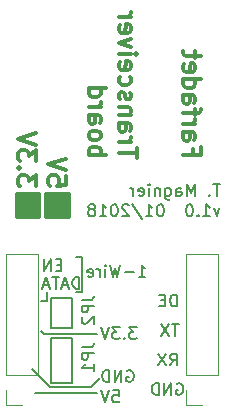
<source format=gbo>
G04 This is an RS-274x file exported by *
G04 gerbv version 2.6.2 *
G04 More information is available about gerbv at *
G04 http://gerbv.geda-project.org/ *
G04 --End of header info--*
%MOIN*%
%FSLAX34Y34*%
%IPPOS*%
G04 --Define apertures--*
%ADD10C,0.0039*%
%ADD11C,0.0079*%
%ADD12C,0.0118*%
%ADD13C,0.0047*%
%ADD14C,0.0059*%
%ADD15C,0.0098*%
G04 --Start main section--*
G54D11*
G01X0003346Y0000984D02*
G01X0003051Y0000689D01*
G01X0004246Y0001220D02*
G01X0004284Y0001239D01*
G01X0004284Y0001239D02*
G01X0004340Y0001239D01*
G01X0004340Y0001239D02*
G01X0004396Y0001220D01*
G01X0004396Y0001220D02*
G01X0004434Y0001183D01*
G01X0004434Y0001183D02*
G01X0004453Y0001145D01*
G01X0004453Y0001145D02*
G01X0004471Y0001070D01*
G01X0004471Y0001070D02*
G01X0004471Y0001014D01*
G01X0004471Y0001014D02*
G01X0004453Y0000939D01*
G01X0004453Y0000939D02*
G01X0004434Y0000902D01*
G01X0004434Y0000902D02*
G01X0004396Y0000864D01*
G01X0004396Y0000864D02*
G01X0004340Y0000846D01*
G01X0004340Y0000846D02*
G01X0004303Y0000846D01*
G01X0004303Y0000846D02*
G01X0004246Y0000864D01*
G01X0004246Y0000864D02*
G01X0004228Y0000883D01*
G01X0004228Y0000883D02*
G01X0004228Y0001014D01*
G01X0004228Y0001014D02*
G01X0004303Y0001014D01*
G01X0004059Y0000846D02*
G01X0004059Y0001239D01*
G01X0004059Y0001239D02*
G01X0003834Y0000846D01*
G01X0003834Y0000846D02*
G01X0003834Y0001239D01*
G01X0003646Y0000846D02*
G01X0003646Y0001239D01*
G01X0003646Y0001239D02*
G01X0003553Y0001239D01*
G01X0003553Y0001239D02*
G01X0003496Y0001220D01*
G01X0003496Y0001220D02*
G01X0003459Y0001183D01*
G01X0003459Y0001183D02*
G01X0003440Y0001145D01*
G01X0003440Y0001145D02*
G01X0003421Y0001070D01*
G01X0003421Y0001070D02*
G01X0003421Y0001014D01*
G01X0003421Y0001014D02*
G01X0003440Y0000939D01*
G01X0003440Y0000939D02*
G01X0003459Y0000902D01*
G01X0003459Y0000902D02*
G01X0003496Y0000864D01*
G01X0003496Y0000864D02*
G01X0003553Y0000846D01*
G01X0003553Y0000846D02*
G01X0003646Y0000846D01*
G01X0003778Y0000570D02*
G01X0003965Y0000570D01*
G01X0003965Y0000570D02*
G01X0003984Y0000382D01*
G01X0003984Y0000382D02*
G01X0003965Y0000401D01*
G01X0003965Y0000401D02*
G01X0003928Y0000420D01*
G01X0003928Y0000420D02*
G01X0003834Y0000420D01*
G01X0003834Y0000420D02*
G01X0003796Y0000401D01*
G01X0003796Y0000401D02*
G01X0003778Y0000382D01*
G01X0003778Y0000382D02*
G01X0003759Y0000345D01*
G01X0003759Y0000345D02*
G01X0003759Y0000251D01*
G01X0003759Y0000251D02*
G01X0003778Y0000214D01*
G01X0003778Y0000214D02*
G01X0003796Y0000195D01*
G01X0003796Y0000195D02*
G01X0003834Y0000176D01*
G01X0003834Y0000176D02*
G01X0003928Y0000176D01*
G01X0003928Y0000176D02*
G01X0003965Y0000195D01*
G01X0003965Y0000195D02*
G01X0003984Y0000214D01*
G01X0003646Y0000570D02*
G01X0003515Y0000176D01*
G01X0003515Y0000176D02*
G01X0003384Y0000570D01*
G01X0004565Y0002676D02*
G01X0004321Y0002676D01*
G01X0004321Y0002676D02*
G01X0004453Y0002526D01*
G01X0004453Y0002526D02*
G01X0004396Y0002526D01*
G01X0004396Y0002526D02*
G01X0004359Y0002507D01*
G01X0004359Y0002507D02*
G01X0004340Y0002489D01*
G01X0004340Y0002489D02*
G01X0004321Y0002451D01*
G01X0004321Y0002451D02*
G01X0004321Y0002358D01*
G01X0004321Y0002358D02*
G01X0004340Y0002320D01*
G01X0004340Y0002320D02*
G01X0004359Y0002301D01*
G01X0004359Y0002301D02*
G01X0004396Y0002283D01*
G01X0004396Y0002283D02*
G01X0004509Y0002283D01*
G01X0004509Y0002283D02*
G01X0004546Y0002301D01*
G01X0004546Y0002301D02*
G01X0004565Y0002320D01*
G01X0004153Y0002320D02*
G01X0004134Y0002301D01*
G01X0004134Y0002301D02*
G01X0004153Y0002283D01*
G01X0004153Y0002283D02*
G01X0004171Y0002301D01*
G01X0004171Y0002301D02*
G01X0004153Y0002320D01*
G01X0004153Y0002320D02*
G01X0004153Y0002283D01*
G01X0004003Y0002676D02*
G01X0003759Y0002676D01*
G01X0003759Y0002676D02*
G01X0003890Y0002526D01*
G01X0003890Y0002526D02*
G01X0003834Y0002526D01*
G01X0003834Y0002526D02*
G01X0003796Y0002507D01*
G01X0003796Y0002507D02*
G01X0003778Y0002489D01*
G01X0003778Y0002489D02*
G01X0003759Y0002451D01*
G01X0003759Y0002451D02*
G01X0003759Y0002358D01*
G01X0003759Y0002358D02*
G01X0003778Y0002320D01*
G01X0003778Y0002320D02*
G01X0003796Y0002301D01*
G01X0003796Y0002301D02*
G01X0003834Y0002283D01*
G01X0003834Y0002283D02*
G01X0003946Y0002283D01*
G01X0003946Y0002283D02*
G01X0003984Y0002301D01*
G01X0003984Y0002301D02*
G01X0004003Y0002320D01*
G01X0003646Y0002676D02*
G01X0003515Y0002283D01*
G01X0003515Y0002283D02*
G01X0003384Y0002676D01*
G01X0001181Y0000492D02*
G01X0003248Y0000492D01*
G01X0001673Y0000689D02*
G01X0003051Y0000689D01*
G01X0001083Y0001280D02*
G01X0001673Y0000689D01*
G01X0001476Y0002461D02*
G01X0003248Y0002461D01*
G01X0001378Y0002559D02*
G01X0001476Y0002461D01*
G01X0004635Y0004349D02*
G01X0004860Y0004349D01*
G01X0004748Y0004349D02*
G01X0004748Y0004743D01*
G01X0004748Y0004743D02*
G01X0004785Y0004687D01*
G01X0004785Y0004687D02*
G01X0004823Y0004649D01*
G01X0004823Y0004649D02*
G01X0004860Y0004631D01*
G01X0004467Y0004499D02*
G01X0004167Y0004499D01*
G01X0004017Y0004743D02*
G01X0003923Y0004349D01*
G01X0003923Y0004349D02*
G01X0003848Y0004631D01*
G01X0003848Y0004631D02*
G01X0003773Y0004349D01*
G01X0003773Y0004349D02*
G01X0003679Y0004743D01*
G01X0003529Y0004349D02*
G01X0003529Y0004612D01*
G01X0003529Y0004743D02*
G01X0003548Y0004724D01*
G01X0003548Y0004724D02*
G01X0003529Y0004706D01*
G01X0003529Y0004706D02*
G01X0003510Y0004724D01*
G01X0003510Y0004724D02*
G01X0003529Y0004743D01*
G01X0003529Y0004743D02*
G01X0003529Y0004706D01*
G01X0003342Y0004349D02*
G01X0003342Y0004612D01*
G01X0003342Y0004537D02*
G01X0003323Y0004574D01*
G01X0003323Y0004574D02*
G01X0003304Y0004593D01*
G01X0003304Y0004593D02*
G01X0003267Y0004612D01*
G01X0003267Y0004612D02*
G01X0003229Y0004612D01*
G01X0002948Y0004368D02*
G01X0002986Y0004349D01*
G01X0002986Y0004349D02*
G01X0003061Y0004349D01*
G01X0003061Y0004349D02*
G01X0003098Y0004368D01*
G01X0003098Y0004368D02*
G01X0003117Y0004406D01*
G01X0003117Y0004406D02*
G01X0003117Y0004556D01*
G01X0003117Y0004556D02*
G01X0003098Y0004593D01*
G01X0003098Y0004593D02*
G01X0003061Y0004612D01*
G01X0003061Y0004612D02*
G01X0002986Y0004612D01*
G01X0002986Y0004612D02*
G01X0002948Y0004593D01*
G01X0002948Y0004593D02*
G01X0002929Y0004556D01*
G01X0002929Y0004556D02*
G01X0002929Y0004518D01*
G01X0002929Y0004518D02*
G01X0003117Y0004481D01*
G01X0002756Y0003839D02*
G01X0002559Y0003839D01*
G01X0002756Y0005020D02*
G01X0002756Y0003839D01*
G01X0002559Y0005020D02*
G01X0002756Y0005020D01*
G01X0001575Y0003543D02*
G01X0001575Y0003839D01*
G01X0001378Y0003543D02*
G01X0001575Y0003543D01*
G01X0002653Y0003956D02*
G01X0002653Y0004349D01*
G01X0002653Y0004349D02*
G01X0002559Y0004349D01*
G01X0002559Y0004349D02*
G01X0002503Y0004331D01*
G01X0002503Y0004331D02*
G01X0002465Y0004293D01*
G01X0002465Y0004293D02*
G01X0002447Y0004256D01*
G01X0002447Y0004256D02*
G01X0002428Y0004181D01*
G01X0002428Y0004181D02*
G01X0002428Y0004124D01*
G01X0002428Y0004124D02*
G01X0002447Y0004049D01*
G01X0002447Y0004049D02*
G01X0002465Y0004012D01*
G01X0002465Y0004012D02*
G01X0002503Y0003975D01*
G01X0002503Y0003975D02*
G01X0002559Y0003956D01*
G01X0002559Y0003956D02*
G01X0002653Y0003956D01*
G01X0002278Y0004068D02*
G01X0002090Y0004068D01*
G01X0002315Y0003956D02*
G01X0002184Y0004349D01*
G01X0002184Y0004349D02*
G01X0002053Y0003956D01*
G01X0001978Y0004349D02*
G01X0001753Y0004349D01*
G01X0001865Y0003956D02*
G01X0001865Y0004349D01*
G01X0001640Y0004068D02*
G01X0001453Y0004068D01*
G01X0001678Y0003956D02*
G01X0001547Y0004349D01*
G01X0001547Y0004349D02*
G01X0001415Y0003956D01*
G01X0002053Y0004753D02*
G01X0001922Y0004753D01*
G01X0001865Y0004546D02*
G01X0002053Y0004546D01*
G01X0002053Y0004546D02*
G01X0002053Y0004940D01*
G01X0002053Y0004940D02*
G01X0001865Y0004940D01*
G01X0001697Y0004546D02*
G01X0001697Y0004940D01*
G01X0001697Y0004940D02*
G01X0001472Y0004546D01*
G01X0001472Y0004546D02*
G01X0001472Y0004940D01*
G01X0005910Y0003365D02*
G01X0005910Y0003759D01*
G01X0005910Y0003759D02*
G01X0005816Y0003759D01*
G01X0005816Y0003759D02*
G01X0005760Y0003740D01*
G01X0005760Y0003740D02*
G01X0005723Y0003703D01*
G01X0005723Y0003703D02*
G01X0005704Y0003665D01*
G01X0005704Y0003665D02*
G01X0005685Y0003590D01*
G01X0005685Y0003590D02*
G01X0005685Y0003534D01*
G01X0005685Y0003534D02*
G01X0005704Y0003459D01*
G01X0005704Y0003459D02*
G01X0005723Y0003421D01*
G01X0005723Y0003421D02*
G01X0005760Y0003384D01*
G01X0005760Y0003384D02*
G01X0005816Y0003365D01*
G01X0005816Y0003365D02*
G01X0005910Y0003365D01*
G01X0005516Y0003571D02*
G01X0005385Y0003571D01*
G01X0005329Y0003365D02*
G01X0005516Y0003365D01*
G01X0005516Y0003365D02*
G01X0005516Y0003759D01*
G01X0005516Y0003759D02*
G01X0005329Y0003759D01*
G01X0005966Y0002775D02*
G01X0005741Y0002775D01*
G01X0005854Y0002381D02*
G01X0005854Y0002775D01*
G01X0005648Y0002775D02*
G01X0005385Y0002381D01*
G01X0005385Y0002775D02*
G01X0005648Y0002381D01*
G01X0005685Y0001397D02*
G01X0005816Y0001584D01*
G01X0005910Y0001397D02*
G01X0005910Y0001790D01*
G01X0005910Y0001790D02*
G01X0005760Y0001790D01*
G01X0005760Y0001790D02*
G01X0005723Y0001772D01*
G01X0005723Y0001772D02*
G01X0005704Y0001753D01*
G01X0005704Y0001753D02*
G01X0005685Y0001715D01*
G01X0005685Y0001715D02*
G01X0005685Y0001659D01*
G01X0005685Y0001659D02*
G01X0005704Y0001622D01*
G01X0005704Y0001622D02*
G01X0005723Y0001603D01*
G01X0005723Y0001603D02*
G01X0005760Y0001584D01*
G01X0005760Y0001584D02*
G01X0005910Y0001584D01*
G01X0005554Y0001790D02*
G01X0005292Y0001397D01*
G01X0005292Y0001790D02*
G01X0005554Y0001397D01*
G01X0005901Y0000787D02*
G01X0005938Y0000806D01*
G01X0005938Y0000806D02*
G01X0005995Y0000806D01*
G01X0005995Y0000806D02*
G01X0006051Y0000787D01*
G01X0006051Y0000787D02*
G01X0006088Y0000750D01*
G01X0006088Y0000750D02*
G01X0006107Y0000712D01*
G01X0006107Y0000712D02*
G01X0006126Y0000637D01*
G01X0006126Y0000637D02*
G01X0006126Y0000581D01*
G01X0006126Y0000581D02*
G01X0006107Y0000506D01*
G01X0006107Y0000506D02*
G01X0006088Y0000469D01*
G01X0006088Y0000469D02*
G01X0006051Y0000431D01*
G01X0006051Y0000431D02*
G01X0005995Y0000412D01*
G01X0005995Y0000412D02*
G01X0005957Y0000412D01*
G01X0005957Y0000412D02*
G01X0005901Y0000431D01*
G01X0005901Y0000431D02*
G01X0005882Y0000450D01*
G01X0005882Y0000450D02*
G01X0005882Y0000581D01*
G01X0005882Y0000581D02*
G01X0005957Y0000581D01*
G01X0005713Y0000412D02*
G01X0005713Y0000806D01*
G01X0005713Y0000806D02*
G01X0005488Y0000412D01*
G01X0005488Y0000412D02*
G01X0005488Y0000806D01*
G01X0005301Y0000412D02*
G01X0005301Y0000806D01*
G01X0005301Y0000806D02*
G01X0005207Y0000806D01*
G01X0005207Y0000806D02*
G01X0005151Y0000787D01*
G01X0005151Y0000787D02*
G01X0005113Y0000750D01*
G01X0005113Y0000750D02*
G01X0005095Y0000712D01*
G01X0005095Y0000712D02*
G01X0005076Y0000637D01*
G01X0005076Y0000637D02*
G01X0005076Y0000581D01*
G01X0005076Y0000581D02*
G01X0005095Y0000506D01*
G01X0005095Y0000506D02*
G01X0005113Y0000469D01*
G01X0005113Y0000469D02*
G01X0005151Y0000431D01*
G01X0005151Y0000431D02*
G01X0005207Y0000412D01*
G01X0005207Y0000412D02*
G01X0005301Y0000412D01*
G01X0007344Y0007440D02*
G01X0007119Y0007440D01*
G01X0007232Y0007046D02*
G01X0007232Y0007440D01*
G01X0006988Y0007084D02*
G01X0006969Y0007065D01*
G01X0006969Y0007065D02*
G01X0006988Y0007046D01*
G01X0006988Y0007046D02*
G01X0007007Y0007065D01*
G01X0007007Y0007065D02*
G01X0006988Y0007084D01*
G01X0006988Y0007084D02*
G01X0006988Y0007046D01*
G01X0006501Y0007046D02*
G01X0006501Y0007440D01*
G01X0006501Y0007440D02*
G01X0006370Y0007159D01*
G01X0006370Y0007159D02*
G01X0006238Y0007440D01*
G01X0006238Y0007440D02*
G01X0006238Y0007046D01*
G01X0005882Y0007046D02*
G01X0005882Y0007253D01*
G01X0005882Y0007253D02*
G01X0005901Y0007290D01*
G01X0005901Y0007290D02*
G01X0005938Y0007309D01*
G01X0005938Y0007309D02*
G01X0006013Y0007309D01*
G01X0006013Y0007309D02*
G01X0006051Y0007290D01*
G01X0005882Y0007065D02*
G01X0005920Y0007046D01*
G01X0005920Y0007046D02*
G01X0006013Y0007046D01*
G01X0006013Y0007046D02*
G01X0006051Y0007065D01*
G01X0006051Y0007065D02*
G01X0006070Y0007103D01*
G01X0006070Y0007103D02*
G01X0006070Y0007140D01*
G01X0006070Y0007140D02*
G01X0006051Y0007178D01*
G01X0006051Y0007178D02*
G01X0006013Y0007196D01*
G01X0006013Y0007196D02*
G01X0005920Y0007196D01*
G01X0005920Y0007196D02*
G01X0005882Y0007215D01*
G01X0005526Y0007309D02*
G01X0005526Y0006990D01*
G01X0005526Y0006990D02*
G01X0005545Y0006953D01*
G01X0005545Y0006953D02*
G01X0005563Y0006934D01*
G01X0005563Y0006934D02*
G01X0005601Y0006915D01*
G01X0005601Y0006915D02*
G01X0005657Y0006915D01*
G01X0005657Y0006915D02*
G01X0005695Y0006934D01*
G01X0005526Y0007065D02*
G01X0005563Y0007046D01*
G01X0005563Y0007046D02*
G01X0005638Y0007046D01*
G01X0005638Y0007046D02*
G01X0005676Y0007065D01*
G01X0005676Y0007065D02*
G01X0005695Y0007084D01*
G01X0005695Y0007084D02*
G01X0005713Y0007121D01*
G01X0005713Y0007121D02*
G01X0005713Y0007234D01*
G01X0005713Y0007234D02*
G01X0005695Y0007271D01*
G01X0005695Y0007271D02*
G01X0005676Y0007290D01*
G01X0005676Y0007290D02*
G01X0005638Y0007309D01*
G01X0005638Y0007309D02*
G01X0005563Y0007309D01*
G01X0005563Y0007309D02*
G01X0005526Y0007290D01*
G01X0005338Y0007309D02*
G01X0005338Y0007046D01*
G01X0005338Y0007271D02*
G01X0005320Y0007290D01*
G01X0005320Y0007290D02*
G01X0005282Y0007309D01*
G01X0005282Y0007309D02*
G01X0005226Y0007309D01*
G01X0005226Y0007309D02*
G01X0005188Y0007290D01*
G01X0005188Y0007290D02*
G01X0005170Y0007253D01*
G01X0005170Y0007253D02*
G01X0005170Y0007046D01*
G01X0004982Y0007046D02*
G01X0004982Y0007309D01*
G01X0004982Y0007440D02*
G01X0005001Y0007421D01*
G01X0005001Y0007421D02*
G01X0004982Y0007403D01*
G01X0004982Y0007403D02*
G01X0004963Y0007421D01*
G01X0004963Y0007421D02*
G01X0004982Y0007440D01*
G01X0004982Y0007440D02*
G01X0004982Y0007403D01*
G01X0004645Y0007065D02*
G01X0004682Y0007046D01*
G01X0004682Y0007046D02*
G01X0004757Y0007046D01*
G01X0004757Y0007046D02*
G01X0004795Y0007065D01*
G01X0004795Y0007065D02*
G01X0004813Y0007103D01*
G01X0004813Y0007103D02*
G01X0004813Y0007253D01*
G01X0004813Y0007253D02*
G01X0004795Y0007290D01*
G01X0004795Y0007290D02*
G01X0004757Y0007309D01*
G01X0004757Y0007309D02*
G01X0004682Y0007309D01*
G01X0004682Y0007309D02*
G01X0004645Y0007290D01*
G01X0004645Y0007290D02*
G01X0004626Y0007253D01*
G01X0004626Y0007253D02*
G01X0004626Y0007215D01*
G01X0004626Y0007215D02*
G01X0004813Y0007178D01*
G01X0004457Y0007046D02*
G01X0004457Y0007309D01*
G01X0004457Y0007234D02*
G01X0004439Y0007271D01*
G01X0004439Y0007271D02*
G01X0004420Y0007290D01*
G01X0004420Y0007290D02*
G01X0004382Y0007309D01*
G01X0004382Y0007309D02*
G01X0004345Y0007309D01*
G01X0007326Y0006639D02*
G01X0007232Y0006377D01*
G01X0007232Y0006377D02*
G01X0007138Y0006639D01*
G01X0006782Y0006377D02*
G01X0007007Y0006377D01*
G01X0006894Y0006377D02*
G01X0006894Y0006771D01*
G01X0006894Y0006771D02*
G01X0006932Y0006714D01*
G01X0006932Y0006714D02*
G01X0006969Y0006677D01*
G01X0006969Y0006677D02*
G01X0007007Y0006658D01*
G01X0006613Y0006415D02*
G01X0006594Y0006396D01*
G01X0006594Y0006396D02*
G01X0006613Y0006377D01*
G01X0006613Y0006377D02*
G01X0006632Y0006396D01*
G01X0006632Y0006396D02*
G01X0006613Y0006415D01*
G01X0006613Y0006415D02*
G01X0006613Y0006377D01*
G01X0006351Y0006771D02*
G01X0006313Y0006771D01*
G01X0006313Y0006771D02*
G01X0006276Y0006752D01*
G01X0006276Y0006752D02*
G01X0006257Y0006733D01*
G01X0006257Y0006733D02*
G01X0006238Y0006696D01*
G01X0006238Y0006696D02*
G01X0006220Y0006621D01*
G01X0006220Y0006621D02*
G01X0006220Y0006527D01*
G01X0006220Y0006527D02*
G01X0006238Y0006452D01*
G01X0006238Y0006452D02*
G01X0006257Y0006415D01*
G01X0006257Y0006415D02*
G01X0006276Y0006396D01*
G01X0006276Y0006396D02*
G01X0006313Y0006377D01*
G01X0006313Y0006377D02*
G01X0006351Y0006377D01*
G01X0006351Y0006377D02*
G01X0006388Y0006396D01*
G01X0006388Y0006396D02*
G01X0006407Y0006415D01*
G01X0006407Y0006415D02*
G01X0006426Y0006452D01*
G01X0006426Y0006452D02*
G01X0006445Y0006527D01*
G01X0006445Y0006527D02*
G01X0006445Y0006621D01*
G01X0006445Y0006621D02*
G01X0006426Y0006696D01*
G01X0006426Y0006696D02*
G01X0006407Y0006733D01*
G01X0006407Y0006733D02*
G01X0006388Y0006752D01*
G01X0006388Y0006752D02*
G01X0006351Y0006771D01*
G01X0005376Y0006771D02*
G01X0005338Y0006771D01*
G01X0005338Y0006771D02*
G01X0005301Y0006752D01*
G01X0005301Y0006752D02*
G01X0005282Y0006733D01*
G01X0005282Y0006733D02*
G01X0005263Y0006696D01*
G01X0005263Y0006696D02*
G01X0005245Y0006621D01*
G01X0005245Y0006621D02*
G01X0005245Y0006527D01*
G01X0005245Y0006527D02*
G01X0005263Y0006452D01*
G01X0005263Y0006452D02*
G01X0005282Y0006415D01*
G01X0005282Y0006415D02*
G01X0005301Y0006396D01*
G01X0005301Y0006396D02*
G01X0005338Y0006377D01*
G01X0005338Y0006377D02*
G01X0005376Y0006377D01*
G01X0005376Y0006377D02*
G01X0005413Y0006396D01*
G01X0005413Y0006396D02*
G01X0005432Y0006415D01*
G01X0005432Y0006415D02*
G01X0005451Y0006452D01*
G01X0005451Y0006452D02*
G01X0005470Y0006527D01*
G01X0005470Y0006527D02*
G01X0005470Y0006621D01*
G01X0005470Y0006621D02*
G01X0005451Y0006696D01*
G01X0005451Y0006696D02*
G01X0005432Y0006733D01*
G01X0005432Y0006733D02*
G01X0005413Y0006752D01*
G01X0005413Y0006752D02*
G01X0005376Y0006771D01*
G01X0004870Y0006377D02*
G01X0005095Y0006377D01*
G01X0004982Y0006377D02*
G01X0004982Y0006771D01*
G01X0004982Y0006771D02*
G01X0005020Y0006714D01*
G01X0005020Y0006714D02*
G01X0005057Y0006677D01*
G01X0005057Y0006677D02*
G01X0005095Y0006658D01*
G01X0004420Y0006789D02*
G01X0004757Y0006283D01*
G01X0004307Y0006733D02*
G01X0004289Y0006752D01*
G01X0004289Y0006752D02*
G01X0004251Y0006771D01*
G01X0004251Y0006771D02*
G01X0004157Y0006771D01*
G01X0004157Y0006771D02*
G01X0004120Y0006752D01*
G01X0004120Y0006752D02*
G01X0004101Y0006733D01*
G01X0004101Y0006733D02*
G01X0004082Y0006696D01*
G01X0004082Y0006696D02*
G01X0004082Y0006658D01*
G01X0004082Y0006658D02*
G01X0004101Y0006602D01*
G01X0004101Y0006602D02*
G01X0004326Y0006377D01*
G01X0004326Y0006377D02*
G01X0004082Y0006377D01*
G01X0003839Y0006771D02*
G01X0003801Y0006771D01*
G01X0003801Y0006771D02*
G01X0003764Y0006752D01*
G01X0003764Y0006752D02*
G01X0003745Y0006733D01*
G01X0003745Y0006733D02*
G01X0003726Y0006696D01*
G01X0003726Y0006696D02*
G01X0003707Y0006621D01*
G01X0003707Y0006621D02*
G01X0003707Y0006527D01*
G01X0003707Y0006527D02*
G01X0003726Y0006452D01*
G01X0003726Y0006452D02*
G01X0003745Y0006415D01*
G01X0003745Y0006415D02*
G01X0003764Y0006396D01*
G01X0003764Y0006396D02*
G01X0003801Y0006377D01*
G01X0003801Y0006377D02*
G01X0003839Y0006377D01*
G01X0003839Y0006377D02*
G01X0003876Y0006396D01*
G01X0003876Y0006396D02*
G01X0003895Y0006415D01*
G01X0003895Y0006415D02*
G01X0003914Y0006452D01*
G01X0003914Y0006452D02*
G01X0003932Y0006527D01*
G01X0003932Y0006527D02*
G01X0003932Y0006621D01*
G01X0003932Y0006621D02*
G01X0003914Y0006696D01*
G01X0003914Y0006696D02*
G01X0003895Y0006733D01*
G01X0003895Y0006733D02*
G01X0003876Y0006752D01*
G01X0003876Y0006752D02*
G01X0003839Y0006771D01*
G01X0003332Y0006377D02*
G01X0003557Y0006377D01*
G01X0003445Y0006377D02*
G01X0003445Y0006771D01*
G01X0003445Y0006771D02*
G01X0003482Y0006714D01*
G01X0003482Y0006714D02*
G01X0003520Y0006677D01*
G01X0003520Y0006677D02*
G01X0003557Y0006658D01*
G01X0003107Y0006602D02*
G01X0003145Y0006621D01*
G01X0003145Y0006621D02*
G01X0003164Y0006639D01*
G01X0003164Y0006639D02*
G01X0003182Y0006677D01*
G01X0003182Y0006677D02*
G01X0003182Y0006696D01*
G01X0003182Y0006696D02*
G01X0003164Y0006733D01*
G01X0003164Y0006733D02*
G01X0003145Y0006752D01*
G01X0003145Y0006752D02*
G01X0003107Y0006771D01*
G01X0003107Y0006771D02*
G01X0003032Y0006771D01*
G01X0003032Y0006771D02*
G01X0002995Y0006752D01*
G01X0002995Y0006752D02*
G01X0002976Y0006733D01*
G01X0002976Y0006733D02*
G01X0002957Y0006696D01*
G01X0002957Y0006696D02*
G01X0002957Y0006677D01*
G01X0002957Y0006677D02*
G01X0002976Y0006639D01*
G01X0002976Y0006639D02*
G01X0002995Y0006621D01*
G01X0002995Y0006621D02*
G01X0003032Y0006602D01*
G01X0003032Y0006602D02*
G01X0003107Y0006602D01*
G01X0003107Y0006602D02*
G01X0003145Y0006583D01*
G01X0003145Y0006583D02*
G01X0003164Y0006564D01*
G01X0003164Y0006564D02*
G01X0003182Y0006527D01*
G01X0003182Y0006527D02*
G01X0003182Y0006452D01*
G01X0003182Y0006452D02*
G01X0003164Y0006415D01*
G01X0003164Y0006415D02*
G01X0003145Y0006396D01*
G01X0003145Y0006396D02*
G01X0003107Y0006377D01*
G01X0003107Y0006377D02*
G01X0003032Y0006377D01*
G01X0003032Y0006377D02*
G01X0002995Y0006396D01*
G01X0002995Y0006396D02*
G01X0002976Y0006415D01*
G01X0002976Y0006415D02*
G01X0002957Y0006452D01*
G01X0002957Y0006452D02*
G01X0002957Y0006527D01*
G01X0002957Y0006527D02*
G01X0002976Y0006564D01*
G01X0002976Y0006564D02*
G01X0002995Y0006583D01*
G01X0002995Y0006583D02*
G01X0003032Y0006602D01*
G54D12*
G01X0002203Y0007705D02*
G01X0002203Y0007424D01*
G01X0002203Y0007424D02*
G01X0001922Y0007396D01*
G01X0001922Y0007396D02*
G01X0001950Y0007424D01*
G01X0001950Y0007424D02*
G01X0001978Y0007480D01*
G01X0001978Y0007480D02*
G01X0001978Y0007621D01*
G01X0001978Y0007621D02*
G01X0001950Y0007677D01*
G01X0001950Y0007677D02*
G01X0001922Y0007705D01*
G01X0001922Y0007705D02*
G01X0001866Y0007733D01*
G01X0001866Y0007733D02*
G01X0001725Y0007733D01*
G01X0001725Y0007733D02*
G01X0001669Y0007705D01*
G01X0001669Y0007705D02*
G01X0001641Y0007677D01*
G01X0001641Y0007677D02*
G01X0001613Y0007621D01*
G01X0001613Y0007621D02*
G01X0001613Y0007480D01*
G01X0001613Y0007480D02*
G01X0001641Y0007424D01*
G01X0001641Y0007424D02*
G01X0001669Y0007396D01*
G01X0002203Y0007902D02*
G01X0001613Y0008099D01*
G01X0001613Y0008099D02*
G01X0002203Y0008296D01*
G01X0001199Y0007368D02*
G01X0001199Y0007733D01*
G01X0001199Y0007733D02*
G01X0000974Y0007537D01*
G01X0000974Y0007537D02*
G01X0000974Y0007621D01*
G01X0000974Y0007621D02*
G01X0000946Y0007677D01*
G01X0000946Y0007677D02*
G01X0000918Y0007705D01*
G01X0000918Y0007705D02*
G01X0000862Y0007733D01*
G01X0000862Y0007733D02*
G01X0000721Y0007733D01*
G01X0000721Y0007733D02*
G01X0000665Y0007705D01*
G01X0000665Y0007705D02*
G01X0000637Y0007677D01*
G01X0000637Y0007677D02*
G01X0000609Y0007621D01*
G01X0000609Y0007621D02*
G01X0000609Y0007452D01*
G01X0000609Y0007452D02*
G01X0000637Y0007396D01*
G01X0000637Y0007396D02*
G01X0000665Y0007368D01*
G01X0000665Y0007987D02*
G01X0000637Y0008015D01*
G01X0000637Y0008015D02*
G01X0000609Y0007987D01*
G01X0000609Y0007987D02*
G01X0000637Y0007958D01*
G01X0000637Y0007958D02*
G01X0000665Y0007987D01*
G01X0000665Y0007987D02*
G01X0000609Y0007987D01*
G01X0001199Y0008211D02*
G01X0001199Y0008577D01*
G01X0001199Y0008577D02*
G01X0000974Y0008380D01*
G01X0000974Y0008380D02*
G01X0000974Y0008465D01*
G01X0000974Y0008465D02*
G01X0000946Y0008521D01*
G01X0000946Y0008521D02*
G01X0000918Y0008549D01*
G01X0000918Y0008549D02*
G01X0000862Y0008577D01*
G01X0000862Y0008577D02*
G01X0000721Y0008577D01*
G01X0000721Y0008577D02*
G01X0000665Y0008549D01*
G01X0000665Y0008549D02*
G01X0000637Y0008521D01*
G01X0000637Y0008521D02*
G01X0000609Y0008465D01*
G01X0000609Y0008465D02*
G01X0000609Y0008296D01*
G01X0000609Y0008296D02*
G01X0000637Y0008240D01*
G01X0000637Y0008240D02*
G01X0000665Y0008211D01*
G01X0001199Y0008746D02*
G01X0000609Y0008943D01*
G01X0000609Y0008943D02*
G01X0001199Y0009139D01*
G01X0004566Y0008324D02*
G01X0004566Y0008661D01*
G01X0003975Y0008493D02*
G01X0004566Y0008493D01*
G01X0003975Y0008858D02*
G01X0004369Y0008858D01*
G01X0004256Y0008858D02*
G01X0004312Y0008886D01*
G01X0004312Y0008886D02*
G01X0004341Y0008915D01*
G01X0004341Y0008915D02*
G01X0004369Y0008971D01*
G01X0004369Y0008971D02*
G01X0004369Y0009027D01*
G01X0003975Y0009477D02*
G01X0004284Y0009477D01*
G01X0004284Y0009477D02*
G01X0004341Y0009449D01*
G01X0004341Y0009449D02*
G01X0004369Y0009393D01*
G01X0004369Y0009393D02*
G01X0004369Y0009280D01*
G01X0004369Y0009280D02*
G01X0004341Y0009224D01*
G01X0004003Y0009477D02*
G01X0003975Y0009421D01*
G01X0003975Y0009421D02*
G01X0003975Y0009280D01*
G01X0003975Y0009280D02*
G01X0004003Y0009224D01*
G01X0004003Y0009224D02*
G01X0004059Y0009196D01*
G01X0004059Y0009196D02*
G01X0004116Y0009196D01*
G01X0004116Y0009196D02*
G01X0004172Y0009224D01*
G01X0004172Y0009224D02*
G01X0004200Y0009280D01*
G01X0004200Y0009280D02*
G01X0004200Y0009421D01*
G01X0004200Y0009421D02*
G01X0004228Y0009477D01*
G01X0004369Y0009758D02*
G01X0003975Y0009758D01*
G01X0004312Y0009758D02*
G01X0004341Y0009786D01*
G01X0004341Y0009786D02*
G01X0004369Y0009843D01*
G01X0004369Y0009843D02*
G01X0004369Y0009927D01*
G01X0004369Y0009927D02*
G01X0004341Y0009983D01*
G01X0004341Y0009983D02*
G01X0004284Y0010011D01*
G01X0004284Y0010011D02*
G01X0003975Y0010011D01*
G01X0004003Y0010264D02*
G01X0003975Y0010321D01*
G01X0003975Y0010321D02*
G01X0003975Y0010433D01*
G01X0003975Y0010433D02*
G01X0004003Y0010489D01*
G01X0004003Y0010489D02*
G01X0004059Y0010517D01*
G01X0004059Y0010517D02*
G01X0004087Y0010517D01*
G01X0004087Y0010517D02*
G01X0004144Y0010489D01*
G01X0004144Y0010489D02*
G01X0004172Y0010433D01*
G01X0004172Y0010433D02*
G01X0004172Y0010349D01*
G01X0004172Y0010349D02*
G01X0004200Y0010292D01*
G01X0004200Y0010292D02*
G01X0004256Y0010264D01*
G01X0004256Y0010264D02*
G01X0004284Y0010264D01*
G01X0004284Y0010264D02*
G01X0004341Y0010292D01*
G01X0004341Y0010292D02*
G01X0004369Y0010349D01*
G01X0004369Y0010349D02*
G01X0004369Y0010433D01*
G01X0004369Y0010433D02*
G01X0004341Y0010489D01*
G01X0004003Y0011024D02*
G01X0003975Y0010967D01*
G01X0003975Y0010967D02*
G01X0003975Y0010855D01*
G01X0003975Y0010855D02*
G01X0004003Y0010799D01*
G01X0004003Y0010799D02*
G01X0004031Y0010771D01*
G01X0004031Y0010771D02*
G01X0004087Y0010742D01*
G01X0004087Y0010742D02*
G01X0004256Y0010742D01*
G01X0004256Y0010742D02*
G01X0004312Y0010771D01*
G01X0004312Y0010771D02*
G01X0004341Y0010799D01*
G01X0004341Y0010799D02*
G01X0004369Y0010855D01*
G01X0004369Y0010855D02*
G01X0004369Y0010967D01*
G01X0004369Y0010967D02*
G01X0004341Y0011024D01*
G01X0004003Y0011502D02*
G01X0003975Y0011445D01*
G01X0003975Y0011445D02*
G01X0003975Y0011333D01*
G01X0003975Y0011333D02*
G01X0004003Y0011277D01*
G01X0004003Y0011277D02*
G01X0004059Y0011249D01*
G01X0004059Y0011249D02*
G01X0004284Y0011249D01*
G01X0004284Y0011249D02*
G01X0004341Y0011277D01*
G01X0004341Y0011277D02*
G01X0004369Y0011333D01*
G01X0004369Y0011333D02*
G01X0004369Y0011445D01*
G01X0004369Y0011445D02*
G01X0004341Y0011502D01*
G01X0004341Y0011502D02*
G01X0004284Y0011530D01*
G01X0004284Y0011530D02*
G01X0004228Y0011530D01*
G01X0004228Y0011530D02*
G01X0004172Y0011249D01*
G01X0003975Y0011783D02*
G01X0004369Y0011783D01*
G01X0004566Y0011783D02*
G01X0004537Y0011755D01*
G01X0004537Y0011755D02*
G01X0004509Y0011783D01*
G01X0004509Y0011783D02*
G01X0004537Y0011811D01*
G01X0004537Y0011811D02*
G01X0004566Y0011783D01*
G01X0004566Y0011783D02*
G01X0004509Y0011783D01*
G01X0004369Y0012008D02*
G01X0003975Y0012148D01*
G01X0003975Y0012148D02*
G01X0004369Y0012289D01*
G01X0004003Y0012739D02*
G01X0003975Y0012683D01*
G01X0003975Y0012683D02*
G01X0003975Y0012570D01*
G01X0003975Y0012570D02*
G01X0004003Y0012514D01*
G01X0004003Y0012514D02*
G01X0004059Y0012486D01*
G01X0004059Y0012486D02*
G01X0004284Y0012486D01*
G01X0004284Y0012486D02*
G01X0004341Y0012514D01*
G01X0004341Y0012514D02*
G01X0004369Y0012570D01*
G01X0004369Y0012570D02*
G01X0004369Y0012683D01*
G01X0004369Y0012683D02*
G01X0004341Y0012739D01*
G01X0004341Y0012739D02*
G01X0004284Y0012767D01*
G01X0004284Y0012767D02*
G01X0004228Y0012767D01*
G01X0004228Y0012767D02*
G01X0004172Y0012486D01*
G01X0003975Y0013020D02*
G01X0004369Y0013020D01*
G01X0004256Y0013020D02*
G01X0004312Y0013048D01*
G01X0004312Y0013048D02*
G01X0004341Y0013076D01*
G01X0004341Y0013076D02*
G01X0004369Y0013133D01*
G01X0004369Y0013133D02*
G01X0004369Y0013189D01*
G01X0002971Y0008408D02*
G01X0003562Y0008408D01*
G01X0003337Y0008408D02*
G01X0003365Y0008465D01*
G01X0003365Y0008465D02*
G01X0003365Y0008577D01*
G01X0003365Y0008577D02*
G01X0003337Y0008633D01*
G01X0003337Y0008633D02*
G01X0003308Y0008661D01*
G01X0003308Y0008661D02*
G01X0003252Y0008690D01*
G01X0003252Y0008690D02*
G01X0003084Y0008690D01*
G01X0003084Y0008690D02*
G01X0003027Y0008661D01*
G01X0003027Y0008661D02*
G01X0002999Y0008633D01*
G01X0002999Y0008633D02*
G01X0002971Y0008577D01*
G01X0002971Y0008577D02*
G01X0002971Y0008465D01*
G01X0002971Y0008465D02*
G01X0002999Y0008408D01*
G01X0002971Y0009027D02*
G01X0002999Y0008971D01*
G01X0002999Y0008971D02*
G01X0003027Y0008943D01*
G01X0003027Y0008943D02*
G01X0003084Y0008915D01*
G01X0003084Y0008915D02*
G01X0003252Y0008915D01*
G01X0003252Y0008915D02*
G01X0003308Y0008943D01*
G01X0003308Y0008943D02*
G01X0003337Y0008971D01*
G01X0003337Y0008971D02*
G01X0003365Y0009027D01*
G01X0003365Y0009027D02*
G01X0003365Y0009111D01*
G01X0003365Y0009111D02*
G01X0003337Y0009168D01*
G01X0003337Y0009168D02*
G01X0003308Y0009196D01*
G01X0003308Y0009196D02*
G01X0003252Y0009224D01*
G01X0003252Y0009224D02*
G01X0003084Y0009224D01*
G01X0003084Y0009224D02*
G01X0003027Y0009196D01*
G01X0003027Y0009196D02*
G01X0002999Y0009168D01*
G01X0002999Y0009168D02*
G01X0002971Y0009111D01*
G01X0002971Y0009111D02*
G01X0002971Y0009027D01*
G01X0002971Y0009730D02*
G01X0003280Y0009730D01*
G01X0003280Y0009730D02*
G01X0003337Y0009702D01*
G01X0003337Y0009702D02*
G01X0003365Y0009646D01*
G01X0003365Y0009646D02*
G01X0003365Y0009533D01*
G01X0003365Y0009533D02*
G01X0003337Y0009477D01*
G01X0002999Y0009730D02*
G01X0002971Y0009674D01*
G01X0002971Y0009674D02*
G01X0002971Y0009533D01*
G01X0002971Y0009533D02*
G01X0002999Y0009477D01*
G01X0002999Y0009477D02*
G01X0003055Y0009449D01*
G01X0003055Y0009449D02*
G01X0003112Y0009449D01*
G01X0003112Y0009449D02*
G01X0003168Y0009477D01*
G01X0003168Y0009477D02*
G01X0003196Y0009533D01*
G01X0003196Y0009533D02*
G01X0003196Y0009674D01*
G01X0003196Y0009674D02*
G01X0003224Y0009730D01*
G01X0002971Y0010011D02*
G01X0003365Y0010011D01*
G01X0003252Y0010011D02*
G01X0003308Y0010039D01*
G01X0003308Y0010039D02*
G01X0003337Y0010067D01*
G01X0003337Y0010067D02*
G01X0003365Y0010124D01*
G01X0003365Y0010124D02*
G01X0003365Y0010180D01*
G01X0002971Y0010630D02*
G01X0003562Y0010630D01*
G01X0002999Y0010630D02*
G01X0002971Y0010574D01*
G01X0002971Y0010574D02*
G01X0002971Y0010461D01*
G01X0002971Y0010461D02*
G01X0002999Y0010405D01*
G01X0002999Y0010405D02*
G01X0003027Y0010377D01*
G01X0003027Y0010377D02*
G01X0003084Y0010349D01*
G01X0003084Y0010349D02*
G01X0003252Y0010349D01*
G01X0003252Y0010349D02*
G01X0003308Y0010377D01*
G01X0003308Y0010377D02*
G01X0003337Y0010405D01*
G01X0003337Y0010405D02*
G01X0003365Y0010461D01*
G01X0003365Y0010461D02*
G01X0003365Y0010574D01*
G01X0003365Y0010574D02*
G01X0003337Y0010630D01*
G01X0006440Y0008605D02*
G01X0006440Y0008408D01*
G01X0006130Y0008408D02*
G01X0006721Y0008408D01*
G01X0006721Y0008408D02*
G01X0006721Y0008690D01*
G01X0006130Y0009168D02*
G01X0006440Y0009168D01*
G01X0006440Y0009168D02*
G01X0006496Y0009139D01*
G01X0006496Y0009139D02*
G01X0006524Y0009083D01*
G01X0006524Y0009083D02*
G01X0006524Y0008971D01*
G01X0006524Y0008971D02*
G01X0006496Y0008915D01*
G01X0006159Y0009168D02*
G01X0006130Y0009111D01*
G01X0006130Y0009111D02*
G01X0006130Y0008971D01*
G01X0006130Y0008971D02*
G01X0006159Y0008915D01*
G01X0006159Y0008915D02*
G01X0006215Y0008886D01*
G01X0006215Y0008886D02*
G01X0006271Y0008886D01*
G01X0006271Y0008886D02*
G01X0006327Y0008915D01*
G01X0006327Y0008915D02*
G01X0006355Y0008971D01*
G01X0006355Y0008971D02*
G01X0006355Y0009111D01*
G01X0006355Y0009111D02*
G01X0006384Y0009168D01*
G01X0006130Y0009449D02*
G01X0006524Y0009449D01*
G01X0006412Y0009449D02*
G01X0006468Y0009477D01*
G01X0006468Y0009477D02*
G01X0006496Y0009505D01*
G01X0006496Y0009505D02*
G01X0006524Y0009561D01*
G01X0006524Y0009561D02*
G01X0006524Y0009618D01*
G01X0006524Y0009730D02*
G01X0006524Y0009955D01*
G01X0006130Y0009814D02*
G01X0006637Y0009814D01*
G01X0006637Y0009814D02*
G01X0006693Y0009843D01*
G01X0006693Y0009843D02*
G01X0006721Y0009899D01*
G01X0006721Y0009899D02*
G01X0006721Y0009955D01*
G01X0006130Y0010405D02*
G01X0006440Y0010405D01*
G01X0006440Y0010405D02*
G01X0006496Y0010377D01*
G01X0006496Y0010377D02*
G01X0006524Y0010321D01*
G01X0006524Y0010321D02*
G01X0006524Y0010208D01*
G01X0006524Y0010208D02*
G01X0006496Y0010152D01*
G01X0006159Y0010405D02*
G01X0006130Y0010349D01*
G01X0006130Y0010349D02*
G01X0006130Y0010208D01*
G01X0006130Y0010208D02*
G01X0006159Y0010152D01*
G01X0006159Y0010152D02*
G01X0006215Y0010124D01*
G01X0006215Y0010124D02*
G01X0006271Y0010124D01*
G01X0006271Y0010124D02*
G01X0006327Y0010152D01*
G01X0006327Y0010152D02*
G01X0006355Y0010208D01*
G01X0006355Y0010208D02*
G01X0006355Y0010349D01*
G01X0006355Y0010349D02*
G01X0006384Y0010405D01*
G01X0006130Y0010939D02*
G01X0006721Y0010939D01*
G01X0006159Y0010939D02*
G01X0006130Y0010883D01*
G01X0006130Y0010883D02*
G01X0006130Y0010771D01*
G01X0006130Y0010771D02*
G01X0006159Y0010714D01*
G01X0006159Y0010714D02*
G01X0006187Y0010686D01*
G01X0006187Y0010686D02*
G01X0006243Y0010658D01*
G01X0006243Y0010658D02*
G01X0006412Y0010658D01*
G01X0006412Y0010658D02*
G01X0006468Y0010686D01*
G01X0006468Y0010686D02*
G01X0006496Y0010714D01*
G01X0006496Y0010714D02*
G01X0006524Y0010771D01*
G01X0006524Y0010771D02*
G01X0006524Y0010883D01*
G01X0006524Y0010883D02*
G01X0006496Y0010939D01*
G01X0006159Y0011445D02*
G01X0006130Y0011389D01*
G01X0006130Y0011389D02*
G01X0006130Y0011277D01*
G01X0006130Y0011277D02*
G01X0006159Y0011220D01*
G01X0006159Y0011220D02*
G01X0006215Y0011192D01*
G01X0006215Y0011192D02*
G01X0006440Y0011192D01*
G01X0006440Y0011192D02*
G01X0006496Y0011220D01*
G01X0006496Y0011220D02*
G01X0006524Y0011277D01*
G01X0006524Y0011277D02*
G01X0006524Y0011389D01*
G01X0006524Y0011389D02*
G01X0006496Y0011445D01*
G01X0006496Y0011445D02*
G01X0006440Y0011474D01*
G01X0006440Y0011474D02*
G01X0006384Y0011474D01*
G01X0006384Y0011474D02*
G01X0006327Y0011192D01*
G01X0006524Y0011642D02*
G01X0006524Y0011867D01*
G01X0006721Y0011727D02*
G01X0006215Y0011727D01*
G01X0006215Y0011727D02*
G01X0006159Y0011755D01*
G01X0006159Y0011755D02*
G01X0006130Y0011811D01*
G01X0006130Y0011811D02*
G01X0006130Y0011867D01*
G54D13*
G01X0006217Y0005114D02*
G01X0007264Y0005114D01*
G01X0006217Y0001091D02*
G01X0006217Y0005114D01*
G01X0007264Y0001091D02*
G01X0007264Y0005114D01*
G01X0006217Y0001091D02*
G01X0007264Y0001091D01*
G01X0006217Y0000591D02*
G01X0006217Y0000067D01*
G01X0006217Y0000067D02*
G01X0006740Y0000067D01*
G01X0000217Y0005114D02*
G01X0001264Y0005114D01*
G01X0000217Y0001091D02*
G01X0000217Y0005114D01*
G01X0001264Y0001091D02*
G01X0001264Y0005114D01*
G01X0000217Y0001091D02*
G01X0001264Y0001091D01*
G01X0000217Y0000591D02*
G01X0000217Y0000067D01*
G01X0000217Y0000067D02*
G01X0000740Y0000067D01*
G54D14*
G01X0002417Y0002325D02*
G01X0002417Y0000825D01*
G01X0002417Y0000825D02*
G01X0001717Y0000825D01*
G01X0001717Y0000825D02*
G01X0001717Y0002325D01*
G01X0002417Y0002325D02*
G01X0001717Y0002325D01*
G01X0001717Y0002650D02*
G01X0001717Y0003650D01*
G01X0002417Y0003650D02*
G01X0002417Y0002650D01*
G01X0002417Y0003650D02*
G01X0001717Y0003650D01*
G01X0001717Y0002650D02*
G01X0002417Y0002650D01*
G01X0002737Y0002001D02*
G01X0003018Y0002001D01*
G01X0003018Y0002001D02*
G01X0003075Y0002020D01*
G01X0003075Y0002020D02*
G01X0003112Y0002058D01*
G01X0003112Y0002058D02*
G01X0003131Y0002114D01*
G01X0003131Y0002114D02*
G01X0003131Y0002151D01*
G01X0003131Y0001814D02*
G01X0002737Y0001814D01*
G01X0002737Y0001814D02*
G01X0002737Y0001664D01*
G01X0002737Y0001664D02*
G01X0002756Y0001626D01*
G01X0002756Y0001626D02*
G01X0002775Y0001608D01*
G01X0002775Y0001608D02*
G01X0002812Y0001589D01*
G01X0002812Y0001589D02*
G01X0002868Y0001589D01*
G01X0002868Y0001589D02*
G01X0002906Y0001608D01*
G01X0002906Y0001608D02*
G01X0002925Y0001626D01*
G01X0002925Y0001626D02*
G01X0002943Y0001664D01*
G01X0002943Y0001664D02*
G01X0002943Y0001814D01*
G01X0003131Y0001214D02*
G01X0003131Y0001439D01*
G01X0003131Y0001326D02*
G01X0002737Y0001326D01*
G01X0002737Y0001326D02*
G01X0002793Y0001364D01*
G01X0002793Y0001364D02*
G01X0002831Y0001401D01*
G01X0002831Y0001401D02*
G01X0002850Y0001439D01*
G01X0002737Y0003576D02*
G01X0003018Y0003576D01*
G01X0003018Y0003576D02*
G01X0003075Y0003595D01*
G01X0003075Y0003595D02*
G01X0003112Y0003632D01*
G01X0003112Y0003632D02*
G01X0003131Y0003689D01*
G01X0003131Y0003689D02*
G01X0003131Y0003726D01*
G01X0003131Y0003389D02*
G01X0002737Y0003389D01*
G01X0002737Y0003389D02*
G01X0002737Y0003239D01*
G01X0002737Y0003239D02*
G01X0002756Y0003201D01*
G01X0002756Y0003201D02*
G01X0002775Y0003182D01*
G01X0002775Y0003182D02*
G01X0002812Y0003164D01*
G01X0002812Y0003164D02*
G01X0002868Y0003164D01*
G01X0002868Y0003164D02*
G01X0002906Y0003182D01*
G01X0002906Y0003182D02*
G01X0002925Y0003201D01*
G01X0002925Y0003201D02*
G01X0002943Y0003239D01*
G01X0002943Y0003239D02*
G01X0002943Y0003389D01*
G01X0002775Y0003014D02*
G01X0002756Y0002995D01*
G01X0002756Y0002995D02*
G01X0002737Y0002957D01*
G01X0002737Y0002957D02*
G01X0002737Y0002864D01*
G01X0002737Y0002864D02*
G01X0002756Y0002826D01*
G01X0002756Y0002826D02*
G01X0002775Y0002807D01*
G01X0002775Y0002807D02*
G01X0002812Y0002789D01*
G01X0002812Y0002789D02*
G01X0002850Y0002789D01*
G01X0002850Y0002789D02*
G01X0002906Y0002807D01*
G01X0002906Y0002807D02*
G01X0003131Y0003032D01*
G01X0003131Y0003032D02*
G01X0003131Y0002789D01*
G54D15*
G36*
G01X0002313Y0006348D02*
G01X0001526Y0006348D01*
G01X0001526Y0007136D01*
G01X0002313Y0007136D01*
G01X0002313Y0006348D01*
G01X0002313Y0006348D01*
G37*
G01X0002313Y0006348D02*
G01X0001526Y0006348D01*
G01X0001526Y0006348D02*
G01X0001526Y0007136D01*
G01X0001526Y0007136D02*
G01X0002313Y0007136D01*
G01X0002313Y0007136D02*
G01X0002313Y0006348D01*
G36*
G01X0001329Y0006348D02*
G01X0000541Y0006348D01*
G01X0000541Y0007136D01*
G01X0001329Y0007136D01*
G01X0001329Y0006348D01*
G01X0001329Y0006348D01*
G37*
G01X0001329Y0006348D02*
G01X0000541Y0006348D01*
G01X0000541Y0006348D02*
G01X0000541Y0007136D01*
G01X0000541Y0007136D02*
G01X0001329Y0007136D01*
G01X0001329Y0007136D02*
G01X0001329Y0006348D01*
M02*

</source>
